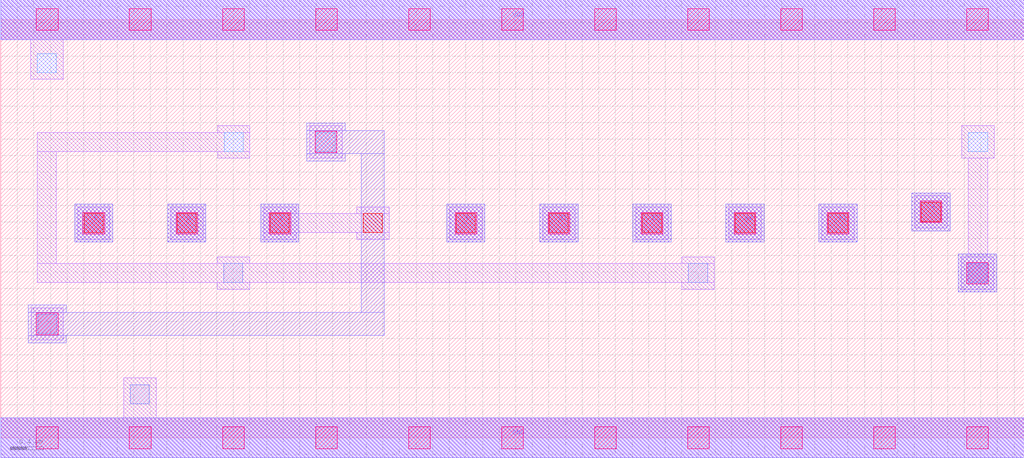
<source format=lef>
MACRO AAOAOI33111
 CLASS CORE ;
 FOREIGN AAOAOI33111 0 0 ;
 SIZE 12.32 BY 5.04 ;
 ORIGIN 0 0 ;
 SYMMETRY X Y R90 ;
 SITE unit ;
  PIN VDD
   DIRECTION INOUT ;
   USE POWER ;
   SHAPE ABUTMENT ;
    PORT
     CLASS CORE ;
       LAYER met1 ;
        RECT 0.00000000 4.80000000 12.32000000 5.28000000 ;
       LAYER met2 ;
        RECT 0.00000000 4.80000000 12.32000000 5.28000000 ;
    END
  END VDD

  PIN GND
   DIRECTION INOUT ;
   USE POWER ;
   SHAPE ABUTMENT ;
    PORT
     CLASS CORE ;
       LAYER met1 ;
        RECT 0.00000000 -0.24000000 12.32000000 0.24000000 ;
       LAYER met2 ;
        RECT 0.00000000 -0.24000000 12.32000000 0.24000000 ;
    END
  END GND

  PIN Y
   DIRECTION INOUT ;
   USE SIGNAL ;
   SHAPE ABUTMENT ;
    PORT
     CLASS CORE ;
       LAYER met2 ;
        RECT 11.53000000 1.75500000 11.99000000 2.21500000 ;
    END
  END Y

  PIN A2
   DIRECTION INOUT ;
   USE SIGNAL ;
   SHAPE ABUTMENT ;
    PORT
     CLASS CORE ;
       LAYER met2 ;
        RECT 8.73000000 2.35700000 9.19000000 2.81700000 ;
    END
  END A2

  PIN D
   DIRECTION INOUT ;
   USE SIGNAL ;
   SHAPE ABUTMENT ;
    PORT
     CLASS CORE ;
       LAYER met2 ;
        RECT 2.01000000 2.35700000 2.47000000 2.81700000 ;
    END
  END D

  PIN B1
   DIRECTION INOUT ;
   USE SIGNAL ;
   SHAPE ABUTMENT ;
    PORT
     CLASS CORE ;
       LAYER met2 ;
        RECT 6.49000000 2.35700000 6.95000000 2.81700000 ;
    END
  END B1

  PIN A
   DIRECTION INOUT ;
   USE SIGNAL ;
   SHAPE ABUTMENT ;
    PORT
     CLASS CORE ;
       LAYER met2 ;
        RECT 10.97000000 2.49200000 11.43000000 2.95200000 ;
    END
  END A

  PIN E
   DIRECTION INOUT ;
   USE SIGNAL ;
   SHAPE ABUTMENT ;
    PORT
     CLASS CORE ;
       LAYER met2 ;
        RECT 0.89000000 2.35700000 1.35000000 2.81700000 ;
    END
  END E

  PIN A1
   DIRECTION INOUT ;
   USE SIGNAL ;
   SHAPE ABUTMENT ;
    PORT
     CLASS CORE ;
       LAYER met2 ;
        RECT 9.85000000 2.35700000 10.31000000 2.81700000 ;
    END
  END A1

  PIN B
   DIRECTION INOUT ;
   USE SIGNAL ;
   SHAPE ABUTMENT ;
    PORT
     CLASS CORE ;
       LAYER met2 ;
        RECT 5.37000000 2.35700000 5.83000000 2.81700000 ;
    END
  END B

  PIN B2
   DIRECTION INOUT ;
   USE SIGNAL ;
   SHAPE ABUTMENT ;
    PORT
     CLASS CORE ;
       LAYER met2 ;
        RECT 7.61000000 2.35700000 8.07000000 2.81700000 ;
    END
  END B2

  PIN C
   DIRECTION INOUT ;
   USE SIGNAL ;
   SHAPE ABUTMENT ;
    PORT
     CLASS CORE ;
       LAYER met2 ;
        RECT 3.13000000 2.35700000 3.59000000 2.81700000 ;
    END
  END C

 OBS
    LAYER polycont ;
     RECT 1.00500000 2.47200000 1.23500000 2.70200000 ;
     RECT 2.12500000 2.47200000 2.35500000 2.70200000 ;
     RECT 3.24500000 2.47200000 3.47500000 2.70200000 ;
     RECT 4.36500000 2.47200000 4.59500000 2.70200000 ;
     RECT 5.48500000 2.47200000 5.71500000 2.70200000 ;
     RECT 6.60500000 2.47200000 6.83500000 2.70200000 ;
     RECT 7.72500000 2.47200000 7.95500000 2.70200000 ;
     RECT 8.84500000 2.47200000 9.07500000 2.70200000 ;
     RECT 9.96500000 2.47200000 10.19500000 2.70200000 ;
     RECT 11.08500000 2.60700000 11.31500000 2.83700000 ;

    LAYER pdiffc ;
     RECT 2.69000000 3.45000000 2.92000000 3.68000000 ;
     RECT 3.80000000 3.45000000 4.03000000 3.68000000 ;
     RECT 11.65000000 3.45000000 11.88000000 3.68000000 ;
     RECT 0.44000000 4.40000000 0.67000000 4.63000000 ;

    LAYER ndiffc ;
     RECT 1.56000000 0.41000000 1.79000000 0.64000000 ;
     RECT 0.44500000 1.25700000 0.67500000 1.48700000 ;
     RECT 2.68500000 1.87000000 2.91500000 2.10000000 ;
     RECT 8.28000000 1.87000000 8.51000000 2.10000000 ;
     RECT 11.64500000 1.87000000 11.87500000 2.10000000 ;

    LAYER met1 ;
     RECT 0.00000000 -0.24000000 12.32000000 0.24000000 ;
     RECT 1.48000000 0.24000000 1.87000000 0.72000000 ;
     RECT 0.36500000 1.17700000 0.75500000 1.56700000 ;
     RECT 0.92500000 2.39200000 1.31500000 2.78200000 ;
     RECT 2.04500000 2.39200000 2.43500000 2.78200000 ;
     RECT 3.16500000 2.39200000 3.55500000 2.47200000 ;
     RECT 4.28500000 2.39200000 4.67500000 2.47200000 ;
     RECT 3.16500000 2.47200000 4.67500000 2.70200000 ;
     RECT 3.16500000 2.70200000 3.55500000 2.78200000 ;
     RECT 4.28500000 2.70200000 4.67500000 2.78200000 ;
     RECT 5.40500000 2.39200000 5.79500000 2.78200000 ;
     RECT 6.52500000 2.39200000 6.91500000 2.78200000 ;
     RECT 7.64500000 2.39200000 8.03500000 2.78200000 ;
     RECT 8.76500000 2.39200000 9.15500000 2.78200000 ;
     RECT 9.88500000 2.39200000 10.27500000 2.78200000 ;
     RECT 11.00500000 2.52700000 11.39500000 2.91700000 ;
     RECT 2.60500000 1.79000000 2.99500000 1.87000000 ;
     RECT 8.20000000 1.79000000 8.59000000 1.87000000 ;
     RECT 0.44000000 1.87000000 8.59000000 2.10000000 ;
     RECT 2.60500000 2.10000000 2.99500000 2.18000000 ;
     RECT 8.20000000 2.10000000 8.59000000 2.18000000 ;
     RECT 0.44000000 2.10000000 0.67000000 3.45000000 ;
     RECT 2.61000000 3.37000000 3.00000000 3.45000000 ;
     RECT 0.44000000 3.45000000 3.00000000 3.68000000 ;
     RECT 2.61000000 3.68000000 3.00000000 3.76000000 ;
     RECT 3.72000000 3.37000000 4.11000000 3.76000000 ;
     RECT 11.56500000 1.79000000 11.95500000 2.18000000 ;
     RECT 11.65000000 2.18000000 11.88000000 3.37000000 ;
     RECT 11.57000000 3.37000000 11.96000000 3.76000000 ;
     RECT 0.36000000 4.32000000 0.75000000 4.80000000 ;
     RECT 0.00000000 4.80000000 12.32000000 5.28000000 ;

    LAYER via1 ;
     RECT 0.43000000 -0.13000000 0.69000000 0.13000000 ;
     RECT 1.55000000 -0.13000000 1.81000000 0.13000000 ;
     RECT 2.67000000 -0.13000000 2.93000000 0.13000000 ;
     RECT 3.79000000 -0.13000000 4.05000000 0.13000000 ;
     RECT 4.91000000 -0.13000000 5.17000000 0.13000000 ;
     RECT 6.03000000 -0.13000000 6.29000000 0.13000000 ;
     RECT 7.15000000 -0.13000000 7.41000000 0.13000000 ;
     RECT 8.27000000 -0.13000000 8.53000000 0.13000000 ;
     RECT 9.39000000 -0.13000000 9.65000000 0.13000000 ;
     RECT 10.51000000 -0.13000000 10.77000000 0.13000000 ;
     RECT 11.63000000 -0.13000000 11.89000000 0.13000000 ;
     RECT 0.43000000 1.24200000 0.69000000 1.50200000 ;
     RECT 11.63000000 1.85500000 11.89000000 2.11500000 ;
     RECT 0.99000000 2.45700000 1.25000000 2.71700000 ;
     RECT 2.11000000 2.45700000 2.37000000 2.71700000 ;
     RECT 3.23000000 2.45700000 3.49000000 2.71700000 ;
     RECT 5.47000000 2.45700000 5.73000000 2.71700000 ;
     RECT 6.59000000 2.45700000 6.85000000 2.71700000 ;
     RECT 7.71000000 2.45700000 7.97000000 2.71700000 ;
     RECT 8.83000000 2.45700000 9.09000000 2.71700000 ;
     RECT 9.95000000 2.45700000 10.21000000 2.71700000 ;
     RECT 11.07000000 2.59200000 11.33000000 2.85200000 ;
     RECT 3.78500000 3.43500000 4.04500000 3.69500000 ;
     RECT 0.43000000 4.91000000 0.69000000 5.17000000 ;
     RECT 1.55000000 4.91000000 1.81000000 5.17000000 ;
     RECT 2.67000000 4.91000000 2.93000000 5.17000000 ;
     RECT 3.79000000 4.91000000 4.05000000 5.17000000 ;
     RECT 4.91000000 4.91000000 5.17000000 5.17000000 ;
     RECT 6.03000000 4.91000000 6.29000000 5.17000000 ;
     RECT 7.15000000 4.91000000 7.41000000 5.17000000 ;
     RECT 8.27000000 4.91000000 8.53000000 5.17000000 ;
     RECT 9.39000000 4.91000000 9.65000000 5.17000000 ;
     RECT 10.51000000 4.91000000 10.77000000 5.17000000 ;
     RECT 11.63000000 4.91000000 11.89000000 5.17000000 ;

    LAYER met2 ;
     RECT 0.00000000 -0.24000000 12.32000000 0.24000000 ;
     RECT 11.53000000 1.75500000 11.99000000 2.21500000 ;
     RECT 0.89000000 2.35700000 1.35000000 2.81700000 ;
     RECT 2.01000000 2.35700000 2.47000000 2.81700000 ;
     RECT 3.13000000 2.35700000 3.59000000 2.81700000 ;
     RECT 5.37000000 2.35700000 5.83000000 2.81700000 ;
     RECT 6.49000000 2.35700000 6.95000000 2.81700000 ;
     RECT 7.61000000 2.35700000 8.07000000 2.81700000 ;
     RECT 8.73000000 2.35700000 9.19000000 2.81700000 ;
     RECT 9.85000000 2.35700000 10.31000000 2.81700000 ;
     RECT 10.97000000 2.49200000 11.43000000 2.95200000 ;
     RECT 0.33000000 1.14200000 0.79000000 1.23200000 ;
     RECT 0.33000000 1.23200000 4.62000000 1.51200000 ;
     RECT 0.33000000 1.51200000 0.79000000 1.60200000 ;
     RECT 3.68500000 3.33500000 4.14500000 3.42500000 ;
     RECT 4.34000000 1.51200000 4.62000000 3.42500000 ;
     RECT 3.68500000 3.42500000 4.62000000 3.70500000 ;
     RECT 3.68500000 3.70500000 4.14500000 3.79500000 ;
     RECT 0.00000000 4.80000000 12.32000000 5.28000000 ;

 END
END AAOAOI33111

</source>
